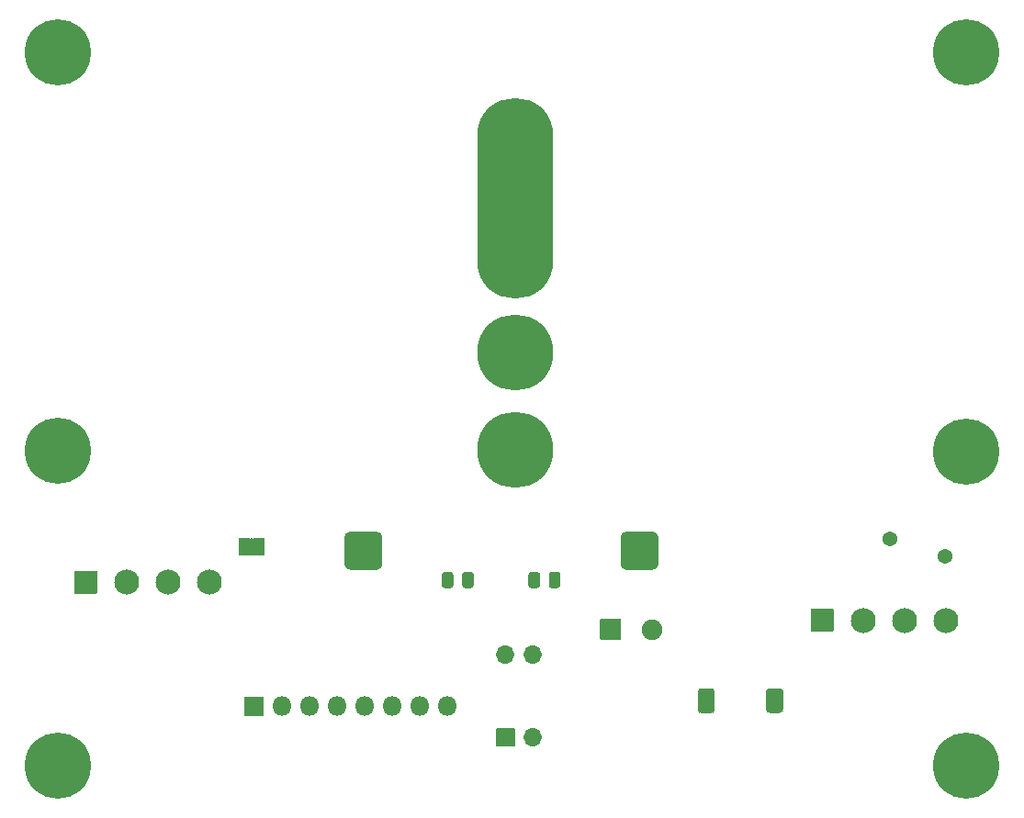
<source format=gts>
G04 #@! TF.GenerationSoftware,KiCad,Pcbnew,5.1.9+dfsg1-1~bpo10+1*
G04 #@! TF.CreationDate,2021-06-09T09:20:32+00:00*
G04 #@! TF.ProjectId,CurrentShuntCircuit,43757272-656e-4745-9368-756e74436972,1*
G04 #@! TF.SameCoordinates,Original*
G04 #@! TF.FileFunction,Soldermask,Top*
G04 #@! TF.FilePolarity,Negative*
%FSLAX46Y46*%
G04 Gerber Fmt 4.6, Leading zero omitted, Abs format (unit mm)*
G04 Created by KiCad (PCBNEW 5.1.9+dfsg1-1~bpo10+1) date 2021-06-09 09:20:32*
%MOMM*%
%LPD*%
G01*
G04 APERTURE LIST*
%ADD10O,7.000000X18.500000*%
%ADD11C,7.000000*%
%ADD12O,1.702000X1.702000*%
%ADD13O,1.802000X1.802000*%
%ADD14C,2.302000*%
%ADD15C,6.100000*%
%ADD16C,1.902000*%
%ADD17C,1.372000*%
%ADD18C,0.100000*%
G04 APERTURE END LIST*
D10*
X185300000Y-74600000D03*
D11*
X185300000Y-88800000D03*
X185300000Y-97800000D03*
X185300000Y-75800000D03*
D12*
X184410000Y-116680000D03*
X186950000Y-124300000D03*
X186950000Y-116680000D03*
G36*
G01*
X185210000Y-125151000D02*
X183610000Y-125151000D01*
G75*
G02*
X183559000Y-125100000I0J51000D01*
G01*
X183559000Y-123500000D01*
G75*
G02*
X183610000Y-123449000I51000J0D01*
G01*
X185210000Y-123449000D01*
G75*
G02*
X185261000Y-123500000I0J-51000D01*
G01*
X185261000Y-125100000D01*
G75*
G02*
X185210000Y-125151000I-51000J0D01*
G01*
G37*
D13*
X179020000Y-121460000D03*
X176480000Y-121460000D03*
X173940000Y-121460000D03*
X171400000Y-121460000D03*
X168860000Y-121460000D03*
X166320000Y-121460000D03*
X163780000Y-121460000D03*
G36*
G01*
X162090000Y-122361000D02*
X160390000Y-122361000D01*
G75*
G02*
X160339000Y-122310000I0J51000D01*
G01*
X160339000Y-120610000D01*
G75*
G02*
X160390000Y-120559000I51000J0D01*
G01*
X162090000Y-120559000D01*
G75*
G02*
X162141000Y-120610000I0J-51000D01*
G01*
X162141000Y-122310000D01*
G75*
G02*
X162090000Y-122361000I-51000J0D01*
G01*
G37*
D14*
X225020000Y-113510000D03*
X221210000Y-113510000D03*
X217400000Y-113510000D03*
G36*
G01*
X212539000Y-114510000D02*
X212539000Y-112510000D01*
G75*
G02*
X212590000Y-112459000I51000J0D01*
G01*
X214590000Y-112459000D01*
G75*
G02*
X214641000Y-112510000I0J-51000D01*
G01*
X214641000Y-114510000D01*
G75*
G02*
X214590000Y-114561000I-51000J0D01*
G01*
X212590000Y-114561000D01*
G75*
G02*
X212539000Y-114510000I0J51000D01*
G01*
G37*
D15*
X143100000Y-97900000D03*
X226900000Y-98000000D03*
X226900000Y-61100000D03*
X143100000Y-61100000D03*
X143100000Y-126900000D03*
X226900000Y-126900000D03*
G36*
G01*
X161099000Y-107500000D02*
X161099000Y-106000000D01*
G75*
G02*
X161150000Y-105949000I51000J0D01*
G01*
X162150000Y-105949000D01*
G75*
G02*
X162201000Y-106000000I0J-51000D01*
G01*
X162201000Y-107500000D01*
G75*
G02*
X162150000Y-107551000I-51000J0D01*
G01*
X161150000Y-107551000D01*
G75*
G02*
X161099000Y-107500000I0J51000D01*
G01*
G37*
G36*
G01*
X159799000Y-107500000D02*
X159799000Y-106000000D01*
G75*
G02*
X159850000Y-105949000I51000J0D01*
G01*
X160850000Y-105949000D01*
G75*
G02*
X160901000Y-106000000I0J-51000D01*
G01*
X160901000Y-107500000D01*
G75*
G02*
X160850000Y-107551000I-51000J0D01*
G01*
X159850000Y-107551000D01*
G75*
G02*
X159799000Y-107500000I0J51000D01*
G01*
G37*
G36*
G01*
X203711000Y-120189500D02*
X203711000Y-121690500D01*
G75*
G02*
X203310500Y-122091000I-400500J0D01*
G01*
X202509500Y-122091000D01*
G75*
G02*
X202109000Y-121690500I0J400500D01*
G01*
X202109000Y-120189500D01*
G75*
G02*
X202509500Y-119789000I400500J0D01*
G01*
X203310500Y-119789000D01*
G75*
G02*
X203711000Y-120189500I0J-400500D01*
G01*
G37*
G36*
G01*
X210011000Y-120189500D02*
X210011000Y-121690500D01*
G75*
G02*
X209610500Y-122091000I-400500J0D01*
G01*
X208809500Y-122091000D01*
G75*
G02*
X208409000Y-121690500I0J400500D01*
G01*
X208409000Y-120189500D01*
G75*
G02*
X208809500Y-119789000I400500J0D01*
G01*
X209610500Y-119789000D01*
G75*
G02*
X210011000Y-120189500I0J-400500D01*
G01*
G37*
G36*
G01*
X193129000Y-115250000D02*
X193129000Y-113450000D01*
G75*
G02*
X193180000Y-113399000I51000J0D01*
G01*
X194980000Y-113399000D01*
G75*
G02*
X195031000Y-113450000I0J-51000D01*
G01*
X195031000Y-115250000D01*
G75*
G02*
X194980000Y-115301000I-51000J0D01*
G01*
X193180000Y-115301000D01*
G75*
G02*
X193129000Y-115250000I0J51000D01*
G01*
G37*
D16*
X197880000Y-114350000D03*
D14*
X157120000Y-110000000D03*
X153310000Y-110000000D03*
X149500000Y-110000000D03*
G36*
G01*
X144639000Y-111000000D02*
X144639000Y-109000000D01*
G75*
G02*
X144690000Y-108949000I51000J0D01*
G01*
X146690000Y-108949000D01*
G75*
G02*
X146741000Y-109000000I0J-51000D01*
G01*
X146741000Y-111000000D01*
G75*
G02*
X146690000Y-111051000I-51000J0D01*
G01*
X144690000Y-111051000D01*
G75*
G02*
X144639000Y-111000000I0J51000D01*
G01*
G37*
G36*
G01*
X169550000Y-108350000D02*
X169550000Y-105850000D01*
G75*
G02*
X170050000Y-105350000I500000J0D01*
G01*
X172550000Y-105350000D01*
G75*
G02*
X173050000Y-105850000I0J-500000D01*
G01*
X173050000Y-108350000D01*
G75*
G02*
X172550000Y-108850000I-500000J0D01*
G01*
X170050000Y-108850000D01*
G75*
G02*
X169550000Y-108350000I0J500000D01*
G01*
G37*
G36*
G01*
X195000000Y-108350000D02*
X195000000Y-105850000D01*
G75*
G02*
X195500000Y-105350000I500000J0D01*
G01*
X198000000Y-105350000D01*
G75*
G02*
X198500000Y-105850000I0J-500000D01*
G01*
X198500000Y-108350000D01*
G75*
G02*
X198000000Y-108850000I-500000J0D01*
G01*
X195500000Y-108850000D01*
G75*
G02*
X195000000Y-108350000I0J500000D01*
G01*
G37*
D17*
X219850000Y-106030000D03*
X224950000Y-107630000D03*
G36*
G01*
X180399000Y-110281750D02*
X180399000Y-109318250D01*
G75*
G02*
X180668250Y-109049000I269250J0D01*
G01*
X181206750Y-109049000D01*
G75*
G02*
X181476000Y-109318250I0J-269250D01*
G01*
X181476000Y-110281750D01*
G75*
G02*
X181206750Y-110551000I-269250J0D01*
G01*
X180668250Y-110551000D01*
G75*
G02*
X180399000Y-110281750I0J269250D01*
G01*
G37*
G36*
G01*
X178524000Y-110281750D02*
X178524000Y-109318250D01*
G75*
G02*
X178793250Y-109049000I269250J0D01*
G01*
X179331750Y-109049000D01*
G75*
G02*
X179601000Y-109318250I0J-269250D01*
G01*
X179601000Y-110281750D01*
G75*
G02*
X179331750Y-110551000I-269250J0D01*
G01*
X178793250Y-110551000D01*
G75*
G02*
X178524000Y-110281750I0J269250D01*
G01*
G37*
G36*
G01*
X188399000Y-110281750D02*
X188399000Y-109318250D01*
G75*
G02*
X188668250Y-109049000I269250J0D01*
G01*
X189206750Y-109049000D01*
G75*
G02*
X189476000Y-109318250I0J-269250D01*
G01*
X189476000Y-110281750D01*
G75*
G02*
X189206750Y-110551000I-269250J0D01*
G01*
X188668250Y-110551000D01*
G75*
G02*
X188399000Y-110281750I0J269250D01*
G01*
G37*
G36*
G01*
X186524000Y-110281750D02*
X186524000Y-109318250D01*
G75*
G02*
X186793250Y-109049000I269250J0D01*
G01*
X187331750Y-109049000D01*
G75*
G02*
X187601000Y-109318250I0J-269250D01*
G01*
X187601000Y-110281750D01*
G75*
G02*
X187331750Y-110551000I-269250J0D01*
G01*
X186793250Y-110551000D01*
G75*
G02*
X186524000Y-110281750I0J269250D01*
G01*
G37*
D18*
G36*
X202110990Y-121690304D02*
G01*
X202118665Y-121768239D01*
X202141343Y-121842996D01*
X202178167Y-121911890D01*
X202227725Y-121972275D01*
X202288110Y-122021833D01*
X202357004Y-122058657D01*
X202431761Y-122081335D01*
X202509696Y-122089010D01*
X202511322Y-122090175D01*
X202511126Y-122092165D01*
X202509500Y-122093000D01*
X202453138Y-122093000D01*
X202452942Y-122092990D01*
X202380981Y-122085903D01*
X202380596Y-122085827D01*
X202317308Y-122066628D01*
X202316946Y-122066478D01*
X202258608Y-122035296D01*
X202258282Y-122035078D01*
X202207156Y-121993121D01*
X202206879Y-121992844D01*
X202164922Y-121941718D01*
X202164704Y-121941392D01*
X202133522Y-121883054D01*
X202133372Y-121882692D01*
X202114173Y-121819404D01*
X202114097Y-121819019D01*
X202107010Y-121747058D01*
X202107000Y-121746862D01*
X202107000Y-121690500D01*
X202108000Y-121688768D01*
X202110000Y-121688768D01*
X202110990Y-121690304D01*
G37*
G36*
X210012165Y-121688874D02*
G01*
X210013000Y-121690500D01*
X210013000Y-121746862D01*
X210012990Y-121747058D01*
X210005903Y-121819019D01*
X210005827Y-121819404D01*
X209986628Y-121882692D01*
X209986478Y-121883054D01*
X209955296Y-121941392D01*
X209955078Y-121941718D01*
X209913121Y-121992844D01*
X209912844Y-121993121D01*
X209861718Y-122035078D01*
X209861392Y-122035296D01*
X209803054Y-122066478D01*
X209802692Y-122066628D01*
X209739404Y-122085827D01*
X209739019Y-122085903D01*
X209667058Y-122092990D01*
X209666862Y-122093000D01*
X209610500Y-122093000D01*
X209608768Y-122092000D01*
X209608768Y-122090000D01*
X209610304Y-122089010D01*
X209688239Y-122081335D01*
X209762996Y-122058657D01*
X209831890Y-122021833D01*
X209892275Y-121972275D01*
X209941833Y-121911890D01*
X209978657Y-121842996D01*
X210001335Y-121768239D01*
X210009010Y-121690304D01*
X210010175Y-121688678D01*
X210012165Y-121688874D01*
G37*
G36*
X208410990Y-121690304D02*
G01*
X208418665Y-121768239D01*
X208441343Y-121842996D01*
X208478167Y-121911890D01*
X208527725Y-121972275D01*
X208588110Y-122021833D01*
X208657004Y-122058657D01*
X208731761Y-122081335D01*
X208809696Y-122089010D01*
X208811322Y-122090175D01*
X208811126Y-122092165D01*
X208809500Y-122093000D01*
X208753138Y-122093000D01*
X208752942Y-122092990D01*
X208680981Y-122085903D01*
X208680596Y-122085827D01*
X208617308Y-122066628D01*
X208616946Y-122066478D01*
X208558608Y-122035296D01*
X208558282Y-122035078D01*
X208507156Y-121993121D01*
X208506879Y-121992844D01*
X208464922Y-121941718D01*
X208464704Y-121941392D01*
X208433522Y-121883054D01*
X208433372Y-121882692D01*
X208414173Y-121819404D01*
X208414097Y-121819019D01*
X208407010Y-121747058D01*
X208407000Y-121746862D01*
X208407000Y-121690500D01*
X208408000Y-121688768D01*
X208410000Y-121688768D01*
X208410990Y-121690304D01*
G37*
G36*
X203712165Y-121688874D02*
G01*
X203713000Y-121690500D01*
X203713000Y-121746862D01*
X203712990Y-121747058D01*
X203705903Y-121819019D01*
X203705827Y-121819404D01*
X203686628Y-121882692D01*
X203686478Y-121883054D01*
X203655296Y-121941392D01*
X203655078Y-121941718D01*
X203613121Y-121992844D01*
X203612844Y-121993121D01*
X203561718Y-122035078D01*
X203561392Y-122035296D01*
X203503054Y-122066478D01*
X203502692Y-122066628D01*
X203439404Y-122085827D01*
X203439019Y-122085903D01*
X203367058Y-122092990D01*
X203366862Y-122093000D01*
X203310500Y-122093000D01*
X203308768Y-122092000D01*
X203308768Y-122090000D01*
X203310304Y-122089010D01*
X203388239Y-122081335D01*
X203462996Y-122058657D01*
X203531890Y-122021833D01*
X203592275Y-121972275D01*
X203641833Y-121911890D01*
X203678657Y-121842996D01*
X203701335Y-121768239D01*
X203709010Y-121690304D01*
X203710175Y-121688678D01*
X203712165Y-121688874D01*
G37*
G36*
X208811232Y-119788000D02*
G01*
X208811232Y-119790000D01*
X208809696Y-119790990D01*
X208731761Y-119798665D01*
X208657004Y-119821343D01*
X208588110Y-119858167D01*
X208527725Y-119907725D01*
X208478167Y-119968110D01*
X208441343Y-120037004D01*
X208418665Y-120111761D01*
X208410990Y-120189696D01*
X208409825Y-120191322D01*
X208407835Y-120191126D01*
X208407000Y-120189500D01*
X208407000Y-120133138D01*
X208407010Y-120132942D01*
X208414097Y-120060981D01*
X208414173Y-120060596D01*
X208433372Y-119997308D01*
X208433522Y-119996946D01*
X208464704Y-119938608D01*
X208464922Y-119938282D01*
X208506879Y-119887156D01*
X208507156Y-119886879D01*
X208558282Y-119844922D01*
X208558608Y-119844704D01*
X208616946Y-119813522D01*
X208617308Y-119813372D01*
X208680596Y-119794173D01*
X208680981Y-119794097D01*
X208752942Y-119787010D01*
X208753138Y-119787000D01*
X208809500Y-119787000D01*
X208811232Y-119788000D01*
G37*
G36*
X202511232Y-119788000D02*
G01*
X202511232Y-119790000D01*
X202509696Y-119790990D01*
X202431761Y-119798665D01*
X202357004Y-119821343D01*
X202288110Y-119858167D01*
X202227725Y-119907725D01*
X202178167Y-119968110D01*
X202141343Y-120037004D01*
X202118665Y-120111761D01*
X202110990Y-120189696D01*
X202109825Y-120191322D01*
X202107835Y-120191126D01*
X202107000Y-120189500D01*
X202107000Y-120133138D01*
X202107010Y-120132942D01*
X202114097Y-120060981D01*
X202114173Y-120060596D01*
X202133372Y-119997308D01*
X202133522Y-119996946D01*
X202164704Y-119938608D01*
X202164922Y-119938282D01*
X202206879Y-119887156D01*
X202207156Y-119886879D01*
X202258282Y-119844922D01*
X202258608Y-119844704D01*
X202316946Y-119813522D01*
X202317308Y-119813372D01*
X202380596Y-119794173D01*
X202380981Y-119794097D01*
X202452942Y-119787010D01*
X202453138Y-119787000D01*
X202509500Y-119787000D01*
X202511232Y-119788000D01*
G37*
G36*
X209667058Y-119787010D02*
G01*
X209739019Y-119794097D01*
X209739404Y-119794173D01*
X209802692Y-119813372D01*
X209803054Y-119813522D01*
X209861392Y-119844704D01*
X209861718Y-119844922D01*
X209912844Y-119886879D01*
X209913121Y-119887156D01*
X209955078Y-119938282D01*
X209955296Y-119938608D01*
X209986478Y-119996946D01*
X209986628Y-119997308D01*
X210005827Y-120060596D01*
X210005903Y-120060981D01*
X210012990Y-120132942D01*
X210013000Y-120133138D01*
X210013000Y-120189500D01*
X210012000Y-120191232D01*
X210010000Y-120191232D01*
X210009010Y-120189696D01*
X210001335Y-120111761D01*
X209978657Y-120037004D01*
X209941833Y-119968110D01*
X209892275Y-119907725D01*
X209831890Y-119858167D01*
X209762996Y-119821343D01*
X209688239Y-119798665D01*
X209610304Y-119790990D01*
X209608678Y-119789825D01*
X209608874Y-119787835D01*
X209610500Y-119787000D01*
X209666862Y-119787000D01*
X209667058Y-119787010D01*
G37*
G36*
X203367058Y-119787010D02*
G01*
X203439019Y-119794097D01*
X203439404Y-119794173D01*
X203502692Y-119813372D01*
X203503054Y-119813522D01*
X203561392Y-119844704D01*
X203561718Y-119844922D01*
X203612844Y-119886879D01*
X203613121Y-119887156D01*
X203655078Y-119938282D01*
X203655296Y-119938608D01*
X203686478Y-119996946D01*
X203686628Y-119997308D01*
X203705827Y-120060596D01*
X203705903Y-120060981D01*
X203712990Y-120132942D01*
X203713000Y-120133138D01*
X203713000Y-120189500D01*
X203712000Y-120191232D01*
X203710000Y-120191232D01*
X203709010Y-120189696D01*
X203701335Y-120111761D01*
X203678657Y-120037004D01*
X203641833Y-119968110D01*
X203592275Y-119907725D01*
X203531890Y-119858167D01*
X203462996Y-119821343D01*
X203388239Y-119798665D01*
X203310304Y-119790990D01*
X203308678Y-119789825D01*
X203308874Y-119787835D01*
X203310500Y-119787000D01*
X203366862Y-119787000D01*
X203367058Y-119787010D01*
G37*
G36*
X161100732Y-105948000D02*
G01*
X161101000Y-105949000D01*
X161101000Y-107551000D01*
X161100000Y-107552732D01*
X161099000Y-107553000D01*
X160901000Y-107553000D01*
X160899268Y-107552000D01*
X160899000Y-107551000D01*
X160899000Y-105949000D01*
X160900000Y-105947268D01*
X160901000Y-105947000D01*
X161099000Y-105947000D01*
X161100732Y-105948000D01*
G37*
M02*

</source>
